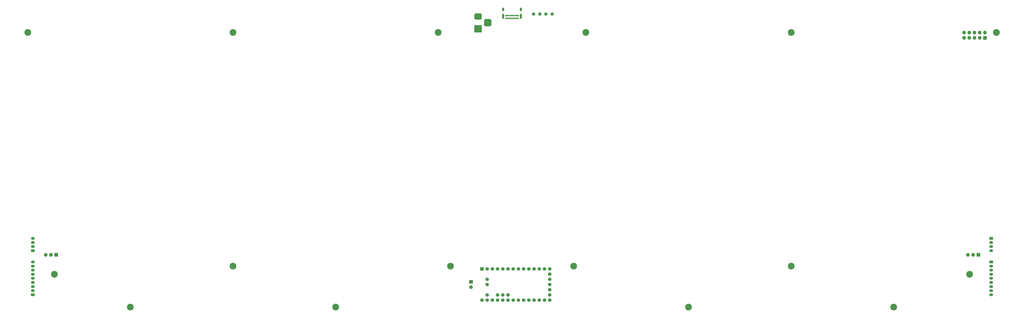
<source format=gbr>
G04 #@! TF.GenerationSoftware,KiCad,Pcbnew,(5.1.7)-1*
G04 #@! TF.CreationDate,2021-02-27T15:40:24-05:00*
G04 #@! TF.ProjectId,OpeNITHM-full,4f70654e-4954-4484-9d2d-66756c6c2e6b,rev?*
G04 #@! TF.SameCoordinates,Original*
G04 #@! TF.FileFunction,Soldermask,Bot*
G04 #@! TF.FilePolarity,Negative*
%FSLAX46Y46*%
G04 Gerber Fmt 4.6, Leading zero omitted, Abs format (unit mm)*
G04 Created by KiCad (PCBNEW (5.1.7)-1) date 2021-02-27 15:40:24*
%MOMM*%
%LPD*%
G01*
G04 APERTURE LIST*
%ADD10O,1.802000X1.802000*%
%ADD11C,1.702000*%
%ADD12C,0.802000*%
%ADD13O,1.002000X2.502000*%
%ADD14O,1.002000X1.802000*%
%ADD15C,1.602000*%
%ADD16O,1.852000X1.302000*%
%ADD17C,3.302000*%
%ADD18C,0.100000*%
G04 APERTURE END LIST*
D10*
X370170000Y-126500000D03*
X372710000Y-126500000D03*
G36*
G01*
X374400000Y-125599000D02*
X376100000Y-125599000D01*
G75*
G02*
X376151000Y-125650000I0J-51000D01*
G01*
X376151000Y-127350000D01*
G75*
G02*
X376100000Y-127401000I-51000J0D01*
G01*
X374400000Y-127401000D01*
G75*
G02*
X374349000Y-127350000I0J51000D01*
G01*
X374349000Y-125650000D01*
G75*
G02*
X374400000Y-125599000I51000J0D01*
G01*
G37*
X-79250000Y-126500000D03*
X-76710000Y-126500000D03*
G36*
G01*
X-75020000Y-125599000D02*
X-73320000Y-125599000D01*
G75*
G02*
X-73269000Y-125650000I0J-51000D01*
G01*
X-73269000Y-127350000D01*
G75*
G02*
X-73320000Y-127401000I-51000J0D01*
G01*
X-75020000Y-127401000D01*
G75*
G02*
X-75071000Y-127350000I0J51000D01*
G01*
X-75071000Y-125650000D01*
G75*
G02*
X-75020000Y-125599000I51000J0D01*
G01*
G37*
X368300000Y-18097500D03*
X368300000Y-20637500D03*
X370840000Y-18097500D03*
X370840000Y-20637500D03*
X373380000Y-18097500D03*
X373380000Y-20637500D03*
X375920000Y-18097500D03*
X375920000Y-20637500D03*
X378460000Y-18097500D03*
G36*
G01*
X379310000Y-21538500D02*
X377610000Y-21538500D01*
G75*
G02*
X377559000Y-21487500I0J51000D01*
G01*
X377559000Y-19787500D01*
G75*
G02*
X377610000Y-19736500I51000J0D01*
G01*
X379310000Y-19736500D01*
G75*
G02*
X379361000Y-19787500I0J-51000D01*
G01*
X379361000Y-21487500D01*
G75*
G02*
X379310000Y-21538500I-51000J0D01*
G01*
G37*
D11*
X135890000Y-140970000D03*
X135890000Y-138430000D03*
G36*
G01*
X132499000Y-134150000D02*
X132499000Y-132550000D01*
G75*
G02*
X132550000Y-132499000I51000J0D01*
G01*
X134150000Y-132499000D01*
G75*
G02*
X134201000Y-132550000I0J-51000D01*
G01*
X134201000Y-134150000D01*
G75*
G02*
X134150000Y-134201000I-51000J0D01*
G01*
X132550000Y-134201000D01*
G75*
G02*
X132499000Y-134150000I0J51000D01*
G01*
G37*
X135890000Y-133350000D03*
X138430000Y-133350000D03*
X140970000Y-133350000D03*
X143510000Y-133350000D03*
X146050000Y-133350000D03*
X148590000Y-133350000D03*
X151130000Y-133350000D03*
X153670000Y-133350000D03*
X156210000Y-133350000D03*
X158750000Y-133350000D03*
X161290000Y-133350000D03*
X163830000Y-133350000D03*
X146050000Y-146050000D03*
X143510000Y-146050000D03*
X140970000Y-146050000D03*
X135890000Y-146050000D03*
X133350000Y-148590000D03*
X135890000Y-148590000D03*
X138430000Y-148590000D03*
X140970000Y-148590000D03*
X143510000Y-148590000D03*
X146050000Y-148590000D03*
X148590000Y-148590000D03*
X151130000Y-148590000D03*
X153670000Y-148590000D03*
X156210000Y-148590000D03*
X158750000Y-148590000D03*
X161290000Y-148590000D03*
X163830000Y-148590000D03*
X166370000Y-133350000D03*
X166370000Y-135890000D03*
X166370000Y-138430000D03*
X166370000Y-148590000D03*
X166370000Y-146050000D03*
X166370000Y-143510000D03*
X166370000Y-140970000D03*
G36*
G01*
X128901000Y-138850000D02*
X128901000Y-140550000D01*
G75*
G02*
X128850000Y-140601000I-51000J0D01*
G01*
X127150000Y-140601000D01*
G75*
G02*
X127099000Y-140550000I0J51000D01*
G01*
X127099000Y-138850000D01*
G75*
G02*
X127150000Y-138799000I51000J0D01*
G01*
X128850000Y-138799000D01*
G75*
G02*
X128901000Y-138850000I0J-51000D01*
G01*
G37*
D10*
X128000000Y-142240000D03*
D12*
X145020000Y-11100000D03*
X145870000Y-11100000D03*
X146720000Y-11100000D03*
X147570000Y-11100000D03*
X148420000Y-11100000D03*
X149270000Y-11100000D03*
X150120000Y-11100000D03*
X150970000Y-11100000D03*
X145870000Y-9750000D03*
X147570000Y-9750000D03*
X146720000Y-9750000D03*
X145020000Y-9750000D03*
X149270000Y-9750000D03*
X150120000Y-9750000D03*
X150970000Y-9750000D03*
X148420000Y-9750000D03*
D13*
X143670000Y-10120000D03*
X152320000Y-10120000D03*
D14*
X143670000Y-6740000D03*
X152320000Y-6740000D03*
G36*
G01*
X135244500Y-11399000D02*
X137045500Y-11399000D01*
G75*
G02*
X137946000Y-12299500I0J-900500D01*
G01*
X137946000Y-14100500D01*
G75*
G02*
X137045500Y-15001000I-900500J0D01*
G01*
X135244500Y-15001000D01*
G75*
G02*
X134344000Y-14100500I0J900500D01*
G01*
X134344000Y-12299500D01*
G75*
G02*
X135244500Y-11399000I900500J0D01*
G01*
G37*
G36*
G01*
X130419500Y-8649000D02*
X132470500Y-8649000D01*
G75*
G02*
X133246000Y-9424500I0J-775500D01*
G01*
X133246000Y-10975500D01*
G75*
G02*
X132470500Y-11751000I-775500J0D01*
G01*
X130419500Y-11751000D01*
G75*
G02*
X129644000Y-10975500I0J775500D01*
G01*
X129644000Y-9424500D01*
G75*
G02*
X130419500Y-8649000I775500J0D01*
G01*
G37*
G36*
G01*
X129695000Y-14399000D02*
X133195000Y-14399000D01*
G75*
G02*
X133246000Y-14450000I0J-51000D01*
G01*
X133246000Y-17950000D01*
G75*
G02*
X133195000Y-18001000I-51000J0D01*
G01*
X129695000Y-18001000D01*
G75*
G02*
X129644000Y-17950000I0J51000D01*
G01*
X129644000Y-14450000D01*
G75*
G02*
X129695000Y-14399000I51000J0D01*
G01*
G37*
D15*
X167500000Y-9000000D03*
X164500000Y-9000000D03*
X161500000Y-9000000D03*
X158500000Y-9000000D03*
D16*
X-85500000Y-118500000D03*
X-85500000Y-120500000D03*
X-85500000Y-122500000D03*
G36*
G01*
X-84845248Y-125151000D02*
X-86154752Y-125151000D01*
G75*
G02*
X-86426000Y-124879752I0J271248D01*
G01*
X-86426000Y-124120248D01*
G75*
G02*
X-86154752Y-123849000I271248J0D01*
G01*
X-84845248Y-123849000D01*
G75*
G02*
X-84574000Y-124120248I0J-271248D01*
G01*
X-84574000Y-124879752D01*
G75*
G02*
X-84845248Y-125151000I-271248J0D01*
G01*
G37*
X381500000Y-124500000D03*
X381500000Y-122500000D03*
X381500000Y-120500000D03*
G36*
G01*
X380845248Y-117849000D02*
X382154752Y-117849000D01*
G75*
G02*
X382426000Y-118120248I0J-271248D01*
G01*
X382426000Y-118879752D01*
G75*
G02*
X382154752Y-119151000I-271248J0D01*
G01*
X380845248Y-119151000D01*
G75*
G02*
X380574000Y-118879752I0J271248D01*
G01*
X380574000Y-118120248D01*
G75*
G02*
X380845248Y-117849000I271248J0D01*
G01*
G37*
X381500000Y-146000000D03*
X381500000Y-144000000D03*
X381500000Y-142000000D03*
X381500000Y-140000000D03*
X381500000Y-138000000D03*
X381500000Y-136000000D03*
X381500000Y-134000000D03*
X381500000Y-132000000D03*
G36*
G01*
X380845248Y-129349000D02*
X382154752Y-129349000D01*
G75*
G02*
X382426000Y-129620248I0J-271248D01*
G01*
X382426000Y-130379752D01*
G75*
G02*
X382154752Y-130651000I-271248J0D01*
G01*
X380845248Y-130651000D01*
G75*
G02*
X380574000Y-130379752I0J271248D01*
G01*
X380574000Y-129620248D01*
G75*
G02*
X380845248Y-129349000I271248J0D01*
G01*
G37*
X-85500000Y-130000000D03*
X-85500000Y-132000000D03*
X-85500000Y-134000000D03*
X-85500000Y-136000000D03*
X-85500000Y-138000000D03*
X-85500000Y-140000000D03*
X-85500000Y-142000000D03*
X-85500000Y-144000000D03*
G36*
G01*
X-84845248Y-146651000D02*
X-86154752Y-146651000D01*
G75*
G02*
X-86426000Y-146379752I0J271248D01*
G01*
X-86426000Y-145620248D01*
G75*
G02*
X-86154752Y-145349000I271248J0D01*
G01*
X-84845248Y-145349000D01*
G75*
G02*
X-84574000Y-145620248I0J-271248D01*
G01*
X-84574000Y-146379752D01*
G75*
G02*
X-84845248Y-146651000I-271248J0D01*
G01*
G37*
D17*
X284000000Y-132000000D03*
X178000000Y-132000000D03*
X118000000Y-132000000D03*
X12000000Y-132000000D03*
X-88000000Y-18000000D03*
X334000000Y-152000000D03*
X284000000Y-18000000D03*
X234000000Y-152000000D03*
X184000000Y-18000000D03*
X62000000Y-152000000D03*
X112000000Y-18000000D03*
X-38000000Y-152000000D03*
X12000000Y-18000000D03*
X371000000Y-136000000D03*
X384000000Y-18000000D03*
X-75000000Y-136000000D03*
D18*
G36*
X137947165Y-14098874D02*
G01*
X137948000Y-14100500D01*
X137948000Y-14156860D01*
X137947990Y-14157056D01*
X137931295Y-14326562D01*
X137931219Y-14326947D01*
X137883565Y-14484041D01*
X137883415Y-14484403D01*
X137806033Y-14629174D01*
X137805815Y-14629500D01*
X137701674Y-14756397D01*
X137701397Y-14756674D01*
X137574500Y-14860815D01*
X137574174Y-14861033D01*
X137429403Y-14938415D01*
X137429041Y-14938565D01*
X137271947Y-14986219D01*
X137271562Y-14986295D01*
X137102056Y-15002990D01*
X137101860Y-15003000D01*
X137045500Y-15003000D01*
X137043768Y-15002000D01*
X137043768Y-15000000D01*
X137045304Y-14999010D01*
X137220784Y-14981727D01*
X137389337Y-14930597D01*
X137544675Y-14847567D01*
X137680829Y-14735829D01*
X137792567Y-14599675D01*
X137875597Y-14444337D01*
X137926727Y-14275784D01*
X137944010Y-14100304D01*
X137945175Y-14098678D01*
X137947165Y-14098874D01*
G37*
G36*
X134345990Y-14100304D02*
G01*
X134363273Y-14275784D01*
X134414403Y-14444337D01*
X134497433Y-14599675D01*
X134609171Y-14735829D01*
X134745325Y-14847567D01*
X134900663Y-14930597D01*
X135069216Y-14981727D01*
X135244696Y-14999010D01*
X135246322Y-15000175D01*
X135246126Y-15002165D01*
X135244500Y-15003000D01*
X135188140Y-15003000D01*
X135187944Y-15002990D01*
X135018438Y-14986295D01*
X135018053Y-14986219D01*
X134860959Y-14938565D01*
X134860597Y-14938415D01*
X134715826Y-14861033D01*
X134715500Y-14860815D01*
X134588603Y-14756674D01*
X134588326Y-14756397D01*
X134484185Y-14629500D01*
X134483967Y-14629174D01*
X134406585Y-14484403D01*
X134406435Y-14484041D01*
X134358781Y-14326947D01*
X134358705Y-14326562D01*
X134342010Y-14157056D01*
X134342000Y-14156860D01*
X134342000Y-14100500D01*
X134343000Y-14098768D01*
X134345000Y-14098768D01*
X134345990Y-14100304D01*
G37*
G36*
X135246232Y-11398000D02*
G01*
X135246232Y-11400000D01*
X135244696Y-11400990D01*
X135069216Y-11418273D01*
X134900663Y-11469403D01*
X134745325Y-11552433D01*
X134609171Y-11664171D01*
X134497433Y-11800325D01*
X134414403Y-11955663D01*
X134363273Y-12124216D01*
X134345990Y-12299696D01*
X134344825Y-12301322D01*
X134342835Y-12301126D01*
X134342000Y-12299500D01*
X134342000Y-12243140D01*
X134342010Y-12242944D01*
X134358705Y-12073438D01*
X134358781Y-12073053D01*
X134406435Y-11915959D01*
X134406585Y-11915597D01*
X134483967Y-11770826D01*
X134484185Y-11770500D01*
X134588326Y-11643603D01*
X134588603Y-11643326D01*
X134715500Y-11539185D01*
X134715826Y-11538967D01*
X134860597Y-11461585D01*
X134860959Y-11461435D01*
X135018053Y-11413781D01*
X135018438Y-11413705D01*
X135187944Y-11397010D01*
X135188140Y-11397000D01*
X135244500Y-11397000D01*
X135246232Y-11398000D01*
G37*
G36*
X137102056Y-11397010D02*
G01*
X137271562Y-11413705D01*
X137271947Y-11413781D01*
X137429041Y-11461435D01*
X137429403Y-11461585D01*
X137574174Y-11538967D01*
X137574500Y-11539185D01*
X137701397Y-11643326D01*
X137701674Y-11643603D01*
X137805815Y-11770500D01*
X137806033Y-11770826D01*
X137883415Y-11915597D01*
X137883565Y-11915959D01*
X137931219Y-12073053D01*
X137931295Y-12073438D01*
X137947990Y-12242944D01*
X137948000Y-12243140D01*
X137948000Y-12299500D01*
X137947000Y-12301232D01*
X137945000Y-12301232D01*
X137944010Y-12299696D01*
X137926727Y-12124216D01*
X137875597Y-11955663D01*
X137792567Y-11800325D01*
X137680829Y-11664171D01*
X137544675Y-11552433D01*
X137389337Y-11469403D01*
X137220784Y-11418273D01*
X137045304Y-11400990D01*
X137043678Y-11399825D01*
X137043874Y-11397835D01*
X137045500Y-11397000D01*
X137101860Y-11397000D01*
X137102056Y-11397010D01*
G37*
G36*
X133247165Y-10973874D02*
G01*
X133248000Y-10975500D01*
X133248000Y-11031860D01*
X133247990Y-11032056D01*
X133233697Y-11177175D01*
X133233621Y-11177560D01*
X133193080Y-11311206D01*
X133192930Y-11311568D01*
X133127100Y-11434727D01*
X133126882Y-11435053D01*
X133038286Y-11543009D01*
X133038009Y-11543286D01*
X132930053Y-11631882D01*
X132929727Y-11632100D01*
X132806568Y-11697930D01*
X132806206Y-11698080D01*
X132672560Y-11738621D01*
X132672175Y-11738697D01*
X132527056Y-11752990D01*
X132526860Y-11753000D01*
X132470500Y-11753000D01*
X132468768Y-11752000D01*
X132468768Y-11750000D01*
X132470304Y-11749010D01*
X132621398Y-11734129D01*
X132766502Y-11690112D01*
X132900229Y-11618634D01*
X133017440Y-11522440D01*
X133113634Y-11405229D01*
X133185112Y-11271502D01*
X133229129Y-11126398D01*
X133244010Y-10975304D01*
X133245175Y-10973678D01*
X133247165Y-10973874D01*
G37*
G36*
X129645990Y-10975304D02*
G01*
X129660871Y-11126398D01*
X129704888Y-11271502D01*
X129776366Y-11405229D01*
X129872560Y-11522440D01*
X129989771Y-11618634D01*
X130123498Y-11690112D01*
X130268602Y-11734129D01*
X130419696Y-11749010D01*
X130421322Y-11750175D01*
X130421126Y-11752165D01*
X130419500Y-11753000D01*
X130363140Y-11753000D01*
X130362944Y-11752990D01*
X130217825Y-11738697D01*
X130217440Y-11738621D01*
X130083794Y-11698080D01*
X130083432Y-11697930D01*
X129960273Y-11632100D01*
X129959947Y-11631882D01*
X129851991Y-11543286D01*
X129851714Y-11543009D01*
X129763118Y-11435053D01*
X129762900Y-11434727D01*
X129697070Y-11311568D01*
X129696920Y-11311206D01*
X129656379Y-11177560D01*
X129656303Y-11177175D01*
X129642010Y-11032056D01*
X129642000Y-11031860D01*
X129642000Y-10975500D01*
X129643000Y-10973768D01*
X129645000Y-10973768D01*
X129645990Y-10975304D01*
G37*
G36*
X149596509Y-10866767D02*
G01*
X149608033Y-10880810D01*
X149626670Y-10896105D01*
X149647934Y-10907470D01*
X149671009Y-10914470D01*
X149695000Y-10916833D01*
X149718991Y-10914470D01*
X149742066Y-10907470D01*
X149763330Y-10896105D01*
X149781967Y-10880810D01*
X149793491Y-10866767D01*
X149795363Y-10866063D01*
X149796909Y-10867331D01*
X149796700Y-10869147D01*
X149768123Y-10911917D01*
X149738191Y-10984178D01*
X149722931Y-11060894D01*
X149722931Y-11139106D01*
X149738191Y-11215822D01*
X149768123Y-11288083D01*
X149796700Y-11330853D01*
X149796831Y-11332849D01*
X149795168Y-11333960D01*
X149793491Y-11333233D01*
X149781967Y-11319190D01*
X149763330Y-11303895D01*
X149742066Y-11292530D01*
X149718991Y-11285530D01*
X149695000Y-11283167D01*
X149671009Y-11285530D01*
X149647934Y-11292530D01*
X149626670Y-11303895D01*
X149608033Y-11319190D01*
X149596509Y-11333233D01*
X149594637Y-11333937D01*
X149593091Y-11332669D01*
X149593300Y-11330853D01*
X149621877Y-11288083D01*
X149651809Y-11215822D01*
X149667069Y-11139106D01*
X149667069Y-11060894D01*
X149651809Y-10984178D01*
X149621877Y-10911917D01*
X149593300Y-10869147D01*
X149593169Y-10867151D01*
X149594832Y-10866040D01*
X149596509Y-10866767D01*
G37*
G36*
X146196509Y-10866767D02*
G01*
X146208033Y-10880810D01*
X146226670Y-10896105D01*
X146247934Y-10907470D01*
X146271009Y-10914470D01*
X146295000Y-10916833D01*
X146318991Y-10914470D01*
X146342066Y-10907470D01*
X146363330Y-10896105D01*
X146381967Y-10880810D01*
X146393491Y-10866767D01*
X146395363Y-10866063D01*
X146396909Y-10867331D01*
X146396700Y-10869147D01*
X146368123Y-10911917D01*
X146338191Y-10984178D01*
X146322931Y-11060894D01*
X146322931Y-11139106D01*
X146338191Y-11215822D01*
X146368123Y-11288083D01*
X146396700Y-11330853D01*
X146396831Y-11332849D01*
X146395168Y-11333960D01*
X146393491Y-11333233D01*
X146381967Y-11319190D01*
X146363330Y-11303895D01*
X146342066Y-11292530D01*
X146318991Y-11285530D01*
X146295000Y-11283167D01*
X146271009Y-11285530D01*
X146247934Y-11292530D01*
X146226670Y-11303895D01*
X146208033Y-11319190D01*
X146196509Y-11333233D01*
X146194637Y-11333937D01*
X146193091Y-11332669D01*
X146193300Y-11330853D01*
X146221877Y-11288083D01*
X146251809Y-11215822D01*
X146267069Y-11139106D01*
X146267069Y-11060894D01*
X146251809Y-10984178D01*
X146221877Y-10911917D01*
X146193300Y-10869147D01*
X146193169Y-10867151D01*
X146194832Y-10866040D01*
X146196509Y-10866767D01*
G37*
G36*
X150446509Y-10866767D02*
G01*
X150458033Y-10880810D01*
X150476670Y-10896105D01*
X150497934Y-10907470D01*
X150521009Y-10914470D01*
X150545000Y-10916833D01*
X150568991Y-10914470D01*
X150592066Y-10907470D01*
X150613330Y-10896105D01*
X150631967Y-10880810D01*
X150643491Y-10866767D01*
X150645363Y-10866063D01*
X150646909Y-10867331D01*
X150646700Y-10869147D01*
X150618123Y-10911917D01*
X150588191Y-10984178D01*
X150572931Y-11060894D01*
X150572931Y-11139106D01*
X150588191Y-11215822D01*
X150618123Y-11288083D01*
X150646700Y-11330853D01*
X150646831Y-11332849D01*
X150645168Y-11333960D01*
X150643491Y-11333233D01*
X150631967Y-11319190D01*
X150613330Y-11303895D01*
X150592066Y-11292530D01*
X150568991Y-11285530D01*
X150545000Y-11283167D01*
X150521009Y-11285530D01*
X150497934Y-11292530D01*
X150476670Y-11303895D01*
X150458033Y-11319190D01*
X150446509Y-11333233D01*
X150444637Y-11333937D01*
X150443091Y-11332669D01*
X150443300Y-11330853D01*
X150471877Y-11288083D01*
X150501809Y-11215822D01*
X150517069Y-11139106D01*
X150517069Y-11060894D01*
X150501809Y-10984178D01*
X150471877Y-10911917D01*
X150443300Y-10869147D01*
X150443169Y-10867151D01*
X150444832Y-10866040D01*
X150446509Y-10866767D01*
G37*
G36*
X147046509Y-10866767D02*
G01*
X147058033Y-10880810D01*
X147076670Y-10896105D01*
X147097934Y-10907470D01*
X147121009Y-10914470D01*
X147145000Y-10916833D01*
X147168991Y-10914470D01*
X147192066Y-10907470D01*
X147213330Y-10896105D01*
X147231967Y-10880810D01*
X147243491Y-10866767D01*
X147245363Y-10866063D01*
X147246909Y-10867331D01*
X147246700Y-10869147D01*
X147218123Y-10911917D01*
X147188191Y-10984178D01*
X147172931Y-11060894D01*
X147172931Y-11139106D01*
X147188191Y-11215822D01*
X147218123Y-11288083D01*
X147246700Y-11330853D01*
X147246831Y-11332849D01*
X147245168Y-11333960D01*
X147243491Y-11333233D01*
X147231967Y-11319190D01*
X147213330Y-11303895D01*
X147192066Y-11292530D01*
X147168991Y-11285530D01*
X147145000Y-11283167D01*
X147121009Y-11285530D01*
X147097934Y-11292530D01*
X147076670Y-11303895D01*
X147058033Y-11319190D01*
X147046509Y-11333233D01*
X147044637Y-11333937D01*
X147043091Y-11332669D01*
X147043300Y-11330853D01*
X147071877Y-11288083D01*
X147101809Y-11215822D01*
X147117069Y-11139106D01*
X147117069Y-11060894D01*
X147101809Y-10984178D01*
X147071877Y-10911917D01*
X147043300Y-10869147D01*
X147043169Y-10867151D01*
X147044832Y-10866040D01*
X147046509Y-10866767D01*
G37*
G36*
X148746509Y-10866767D02*
G01*
X148758033Y-10880810D01*
X148776670Y-10896105D01*
X148797934Y-10907470D01*
X148821009Y-10914470D01*
X148845000Y-10916833D01*
X148868991Y-10914470D01*
X148892066Y-10907470D01*
X148913330Y-10896105D01*
X148931967Y-10880810D01*
X148943491Y-10866767D01*
X148945363Y-10866063D01*
X148946909Y-10867331D01*
X148946700Y-10869147D01*
X148918123Y-10911917D01*
X148888191Y-10984178D01*
X148872931Y-11060894D01*
X148872931Y-11139106D01*
X148888191Y-11215822D01*
X148918123Y-11288083D01*
X148946700Y-11330853D01*
X148946831Y-11332849D01*
X148945168Y-11333960D01*
X148943491Y-11333233D01*
X148931967Y-11319190D01*
X148913330Y-11303895D01*
X148892066Y-11292530D01*
X148868991Y-11285530D01*
X148845000Y-11283167D01*
X148821009Y-11285530D01*
X148797934Y-11292530D01*
X148776670Y-11303895D01*
X148758033Y-11319190D01*
X148746509Y-11333233D01*
X148744637Y-11333937D01*
X148743091Y-11332669D01*
X148743300Y-11330853D01*
X148771877Y-11288083D01*
X148801809Y-11215822D01*
X148817069Y-11139106D01*
X148817069Y-11060894D01*
X148801809Y-10984178D01*
X148771877Y-10911917D01*
X148743300Y-10869147D01*
X148743169Y-10867151D01*
X148744832Y-10866040D01*
X148746509Y-10866767D01*
G37*
G36*
X147896509Y-10866767D02*
G01*
X147908033Y-10880810D01*
X147926670Y-10896105D01*
X147947934Y-10907470D01*
X147971009Y-10914470D01*
X147995000Y-10916833D01*
X148018991Y-10914470D01*
X148042066Y-10907470D01*
X148063330Y-10896105D01*
X148081967Y-10880810D01*
X148093491Y-10866767D01*
X148095363Y-10866063D01*
X148096909Y-10867331D01*
X148096700Y-10869147D01*
X148068123Y-10911917D01*
X148038191Y-10984178D01*
X148022931Y-11060894D01*
X148022931Y-11139106D01*
X148038191Y-11215822D01*
X148068123Y-11288083D01*
X148096700Y-11330853D01*
X148096831Y-11332849D01*
X148095168Y-11333960D01*
X148093491Y-11333233D01*
X148081967Y-11319190D01*
X148063330Y-11303895D01*
X148042066Y-11292530D01*
X148018991Y-11285530D01*
X147995000Y-11283167D01*
X147971009Y-11285530D01*
X147947934Y-11292530D01*
X147926670Y-11303895D01*
X147908033Y-11319190D01*
X147896509Y-11333233D01*
X147894637Y-11333937D01*
X147893091Y-11332669D01*
X147893300Y-11330853D01*
X147921877Y-11288083D01*
X147951809Y-11215822D01*
X147967069Y-11139106D01*
X147967069Y-11060894D01*
X147951809Y-10984178D01*
X147921877Y-10911917D01*
X147893300Y-10869147D01*
X147893169Y-10867151D01*
X147894832Y-10866040D01*
X147896509Y-10866767D01*
G37*
G36*
X145346509Y-10866767D02*
G01*
X145358033Y-10880810D01*
X145376670Y-10896105D01*
X145397934Y-10907470D01*
X145421009Y-10914470D01*
X145445000Y-10916833D01*
X145468991Y-10914470D01*
X145492066Y-10907470D01*
X145513330Y-10896105D01*
X145531967Y-10880810D01*
X145543491Y-10866767D01*
X145545363Y-10866063D01*
X145546909Y-10867331D01*
X145546700Y-10869147D01*
X145518123Y-10911917D01*
X145488191Y-10984178D01*
X145472931Y-11060894D01*
X145472931Y-11139106D01*
X145488191Y-11215822D01*
X145518123Y-11288083D01*
X145546700Y-11330853D01*
X145546831Y-11332849D01*
X145545168Y-11333960D01*
X145543491Y-11333233D01*
X145531967Y-11319190D01*
X145513330Y-11303895D01*
X145492066Y-11292530D01*
X145468991Y-11285530D01*
X145445000Y-11283167D01*
X145421009Y-11285530D01*
X145397934Y-11292530D01*
X145376670Y-11303895D01*
X145358033Y-11319190D01*
X145346509Y-11333233D01*
X145344637Y-11333937D01*
X145343091Y-11332669D01*
X145343300Y-11330853D01*
X145371877Y-11288083D01*
X145401809Y-11215822D01*
X145417069Y-11139106D01*
X145417069Y-11060894D01*
X145401809Y-10984178D01*
X145371877Y-10911917D01*
X145343300Y-10869147D01*
X145343169Y-10867151D01*
X145344832Y-10866040D01*
X145346509Y-10866767D01*
G37*
G36*
X148746509Y-9516767D02*
G01*
X148758033Y-9530810D01*
X148776670Y-9546105D01*
X148797934Y-9557470D01*
X148821009Y-9564470D01*
X148845000Y-9566833D01*
X148868991Y-9564470D01*
X148892066Y-9557470D01*
X148913330Y-9546105D01*
X148931967Y-9530810D01*
X148943491Y-9516767D01*
X148945363Y-9516063D01*
X148946909Y-9517331D01*
X148946700Y-9519147D01*
X148918123Y-9561917D01*
X148888191Y-9634178D01*
X148872931Y-9710894D01*
X148872931Y-9789106D01*
X148888191Y-9865822D01*
X148918123Y-9938083D01*
X148946700Y-9980853D01*
X148946831Y-9982849D01*
X148945168Y-9983960D01*
X148943491Y-9983233D01*
X148931967Y-9969190D01*
X148913330Y-9953895D01*
X148892066Y-9942530D01*
X148868991Y-9935530D01*
X148845000Y-9933167D01*
X148821009Y-9935530D01*
X148797934Y-9942530D01*
X148776670Y-9953895D01*
X148758033Y-9969190D01*
X148746509Y-9983233D01*
X148744637Y-9983937D01*
X148743091Y-9982669D01*
X148743300Y-9980853D01*
X148771877Y-9938083D01*
X148801809Y-9865822D01*
X148817069Y-9789106D01*
X148817069Y-9710894D01*
X148801809Y-9634178D01*
X148771877Y-9561917D01*
X148743300Y-9519147D01*
X148743169Y-9517151D01*
X148744832Y-9516040D01*
X148746509Y-9516767D01*
G37*
G36*
X147896509Y-9516767D02*
G01*
X147908033Y-9530810D01*
X147926670Y-9546105D01*
X147947934Y-9557470D01*
X147971009Y-9564470D01*
X147995000Y-9566833D01*
X148018991Y-9564470D01*
X148042066Y-9557470D01*
X148063330Y-9546105D01*
X148081967Y-9530810D01*
X148093491Y-9516767D01*
X148095363Y-9516063D01*
X148096909Y-9517331D01*
X148096700Y-9519147D01*
X148068123Y-9561917D01*
X148038191Y-9634178D01*
X148022931Y-9710894D01*
X148022931Y-9789106D01*
X148038191Y-9865822D01*
X148068123Y-9938083D01*
X148096700Y-9980853D01*
X148096831Y-9982849D01*
X148095168Y-9983960D01*
X148093491Y-9983233D01*
X148081967Y-9969190D01*
X148063330Y-9953895D01*
X148042066Y-9942530D01*
X148018991Y-9935530D01*
X147995000Y-9933167D01*
X147971009Y-9935530D01*
X147947934Y-9942530D01*
X147926670Y-9953895D01*
X147908033Y-9969190D01*
X147896509Y-9983233D01*
X147894637Y-9983937D01*
X147893091Y-9982669D01*
X147893300Y-9980853D01*
X147921877Y-9938083D01*
X147951809Y-9865822D01*
X147967069Y-9789106D01*
X147967069Y-9710894D01*
X147951809Y-9634178D01*
X147921877Y-9561917D01*
X147893300Y-9519147D01*
X147893169Y-9517151D01*
X147894832Y-9516040D01*
X147896509Y-9516767D01*
G37*
G36*
X145346509Y-9516767D02*
G01*
X145358033Y-9530810D01*
X145376670Y-9546105D01*
X145397934Y-9557470D01*
X145421009Y-9564470D01*
X145445000Y-9566833D01*
X145468991Y-9564470D01*
X145492066Y-9557470D01*
X145513330Y-9546105D01*
X145531967Y-9530810D01*
X145543491Y-9516767D01*
X145545363Y-9516063D01*
X145546909Y-9517331D01*
X145546700Y-9519147D01*
X145518123Y-9561917D01*
X145488191Y-9634178D01*
X145472931Y-9710894D01*
X145472931Y-9789106D01*
X145488191Y-9865822D01*
X145518123Y-9938083D01*
X145546700Y-9980853D01*
X145546831Y-9982849D01*
X145545168Y-9983960D01*
X145543491Y-9983233D01*
X145531967Y-9969190D01*
X145513330Y-9953895D01*
X145492066Y-9942530D01*
X145468991Y-9935530D01*
X145445000Y-9933167D01*
X145421009Y-9935530D01*
X145397934Y-9942530D01*
X145376670Y-9953895D01*
X145358033Y-9969190D01*
X145346509Y-9983233D01*
X145344637Y-9983937D01*
X145343091Y-9982669D01*
X145343300Y-9980853D01*
X145371877Y-9938083D01*
X145401809Y-9865822D01*
X145417069Y-9789106D01*
X145417069Y-9710894D01*
X145401809Y-9634178D01*
X145371877Y-9561917D01*
X145343300Y-9519147D01*
X145343169Y-9517151D01*
X145344832Y-9516040D01*
X145346509Y-9516767D01*
G37*
G36*
X147046509Y-9516767D02*
G01*
X147058033Y-9530810D01*
X147076670Y-9546105D01*
X147097934Y-9557470D01*
X147121009Y-9564470D01*
X147145000Y-9566833D01*
X147168991Y-9564470D01*
X147192066Y-9557470D01*
X147213330Y-9546105D01*
X147231967Y-9530810D01*
X147243491Y-9516767D01*
X147245363Y-9516063D01*
X147246909Y-9517331D01*
X147246700Y-9519147D01*
X147218123Y-9561917D01*
X147188191Y-9634178D01*
X147172931Y-9710894D01*
X147172931Y-9789106D01*
X147188191Y-9865822D01*
X147218123Y-9938083D01*
X147246700Y-9980853D01*
X147246831Y-9982849D01*
X147245168Y-9983960D01*
X147243491Y-9983233D01*
X147231967Y-9969190D01*
X147213330Y-9953895D01*
X147192066Y-9942530D01*
X147168991Y-9935530D01*
X147145000Y-9933167D01*
X147121009Y-9935530D01*
X147097934Y-9942530D01*
X147076670Y-9953895D01*
X147058033Y-9969190D01*
X147046509Y-9983233D01*
X147044637Y-9983937D01*
X147043091Y-9982669D01*
X147043300Y-9980853D01*
X147071877Y-9938083D01*
X147101809Y-9865822D01*
X147117069Y-9789106D01*
X147117069Y-9710894D01*
X147101809Y-9634178D01*
X147071877Y-9561917D01*
X147043300Y-9519147D01*
X147043169Y-9517151D01*
X147044832Y-9516040D01*
X147046509Y-9516767D01*
G37*
G36*
X149596509Y-9516767D02*
G01*
X149608033Y-9530810D01*
X149626670Y-9546105D01*
X149647934Y-9557470D01*
X149671009Y-9564470D01*
X149695000Y-9566833D01*
X149718991Y-9564470D01*
X149742066Y-9557470D01*
X149763330Y-9546105D01*
X149781967Y-9530810D01*
X149793491Y-9516767D01*
X149795363Y-9516063D01*
X149796909Y-9517331D01*
X149796700Y-9519147D01*
X149768123Y-9561917D01*
X149738191Y-9634178D01*
X149722931Y-9710894D01*
X149722931Y-9789106D01*
X149738191Y-9865822D01*
X149768123Y-9938083D01*
X149796700Y-9980853D01*
X149796831Y-9982849D01*
X149795168Y-9983960D01*
X149793491Y-9983233D01*
X149781967Y-9969190D01*
X149763330Y-9953895D01*
X149742066Y-9942530D01*
X149718991Y-9935530D01*
X149695000Y-9933167D01*
X149671009Y-9935530D01*
X149647934Y-9942530D01*
X149626670Y-9953895D01*
X149608033Y-9969190D01*
X149596509Y-9983233D01*
X149594637Y-9983937D01*
X149593091Y-9982669D01*
X149593300Y-9980853D01*
X149621877Y-9938083D01*
X149651809Y-9865822D01*
X149667069Y-9789106D01*
X149667069Y-9710894D01*
X149651809Y-9634178D01*
X149621877Y-9561917D01*
X149593300Y-9519147D01*
X149593169Y-9517151D01*
X149594832Y-9516040D01*
X149596509Y-9516767D01*
G37*
G36*
X146196509Y-9516767D02*
G01*
X146208033Y-9530810D01*
X146226670Y-9546105D01*
X146247934Y-9557470D01*
X146271009Y-9564470D01*
X146295000Y-9566833D01*
X146318991Y-9564470D01*
X146342066Y-9557470D01*
X146363330Y-9546105D01*
X146381967Y-9530810D01*
X146393491Y-9516767D01*
X146395363Y-9516063D01*
X146396909Y-9517331D01*
X146396700Y-9519147D01*
X146368123Y-9561917D01*
X146338191Y-9634178D01*
X146322931Y-9710894D01*
X146322931Y-9789106D01*
X146338191Y-9865822D01*
X146368123Y-9938083D01*
X146396700Y-9980853D01*
X146396831Y-9982849D01*
X146395168Y-9983960D01*
X146393491Y-9983233D01*
X146381967Y-9969190D01*
X146363330Y-9953895D01*
X146342066Y-9942530D01*
X146318991Y-9935530D01*
X146295000Y-9933167D01*
X146271009Y-9935530D01*
X146247934Y-9942530D01*
X146226670Y-9953895D01*
X146208033Y-9969190D01*
X146196509Y-9983233D01*
X146194637Y-9983937D01*
X146193091Y-9982669D01*
X146193300Y-9980853D01*
X146221877Y-9938083D01*
X146251809Y-9865822D01*
X146267069Y-9789106D01*
X146267069Y-9710894D01*
X146251809Y-9634178D01*
X146221877Y-9561917D01*
X146193300Y-9519147D01*
X146193169Y-9517151D01*
X146194832Y-9516040D01*
X146196509Y-9516767D01*
G37*
G36*
X150446509Y-9516767D02*
G01*
X150458033Y-9530810D01*
X150476670Y-9546105D01*
X150497934Y-9557470D01*
X150521009Y-9564470D01*
X150545000Y-9566833D01*
X150568991Y-9564470D01*
X150592066Y-9557470D01*
X150613330Y-9546105D01*
X150631967Y-9530810D01*
X150643491Y-9516767D01*
X150645363Y-9516063D01*
X150646909Y-9517331D01*
X150646700Y-9519147D01*
X150618123Y-9561917D01*
X150588191Y-9634178D01*
X150572931Y-9710894D01*
X150572931Y-9789106D01*
X150588191Y-9865822D01*
X150618123Y-9938083D01*
X150646700Y-9980853D01*
X150646831Y-9982849D01*
X150645168Y-9983960D01*
X150643491Y-9983233D01*
X150631967Y-9969190D01*
X150613330Y-9953895D01*
X150592066Y-9942530D01*
X150568991Y-9935530D01*
X150545000Y-9933167D01*
X150521009Y-9935530D01*
X150497934Y-9942530D01*
X150476670Y-9953895D01*
X150458033Y-9969190D01*
X150446509Y-9983233D01*
X150444637Y-9983937D01*
X150443091Y-9982669D01*
X150443300Y-9980853D01*
X150471877Y-9938083D01*
X150501809Y-9865822D01*
X150517069Y-9789106D01*
X150517069Y-9710894D01*
X150501809Y-9634178D01*
X150471877Y-9561917D01*
X150443300Y-9519147D01*
X150443169Y-9517151D01*
X150444832Y-9516040D01*
X150446509Y-9516767D01*
G37*
G36*
X130421232Y-8648000D02*
G01*
X130421232Y-8650000D01*
X130419696Y-8650990D01*
X130268602Y-8665871D01*
X130123498Y-8709888D01*
X129989771Y-8781366D01*
X129872560Y-8877560D01*
X129776366Y-8994771D01*
X129704888Y-9128498D01*
X129660871Y-9273602D01*
X129645990Y-9424696D01*
X129644825Y-9426322D01*
X129642835Y-9426126D01*
X129642000Y-9424500D01*
X129642000Y-9368140D01*
X129642010Y-9367944D01*
X129656303Y-9222825D01*
X129656379Y-9222440D01*
X129696920Y-9088794D01*
X129697070Y-9088432D01*
X129762900Y-8965273D01*
X129763118Y-8964947D01*
X129851714Y-8856991D01*
X129851991Y-8856714D01*
X129959947Y-8768118D01*
X129960273Y-8767900D01*
X130083432Y-8702070D01*
X130083794Y-8701920D01*
X130217440Y-8661379D01*
X130217825Y-8661303D01*
X130362944Y-8647010D01*
X130363140Y-8647000D01*
X130419500Y-8647000D01*
X130421232Y-8648000D01*
G37*
G36*
X132527056Y-8647010D02*
G01*
X132672175Y-8661303D01*
X132672560Y-8661379D01*
X132806206Y-8701920D01*
X132806568Y-8702070D01*
X132929727Y-8767900D01*
X132930053Y-8768118D01*
X133038009Y-8856714D01*
X133038286Y-8856991D01*
X133126882Y-8964947D01*
X133127100Y-8965273D01*
X133192930Y-9088432D01*
X133193080Y-9088794D01*
X133233621Y-9222440D01*
X133233697Y-9222825D01*
X133247990Y-9367944D01*
X133248000Y-9368140D01*
X133248000Y-9424500D01*
X133247000Y-9426232D01*
X133245000Y-9426232D01*
X133244010Y-9424696D01*
X133229129Y-9273602D01*
X133185112Y-9128498D01*
X133113634Y-8994771D01*
X133017440Y-8877560D01*
X132900229Y-8781366D01*
X132766502Y-8709888D01*
X132621398Y-8665871D01*
X132470304Y-8650990D01*
X132468678Y-8649825D01*
X132468874Y-8647835D01*
X132470500Y-8647000D01*
X132526860Y-8647000D01*
X132527056Y-8647010D01*
G37*
M02*

</source>
